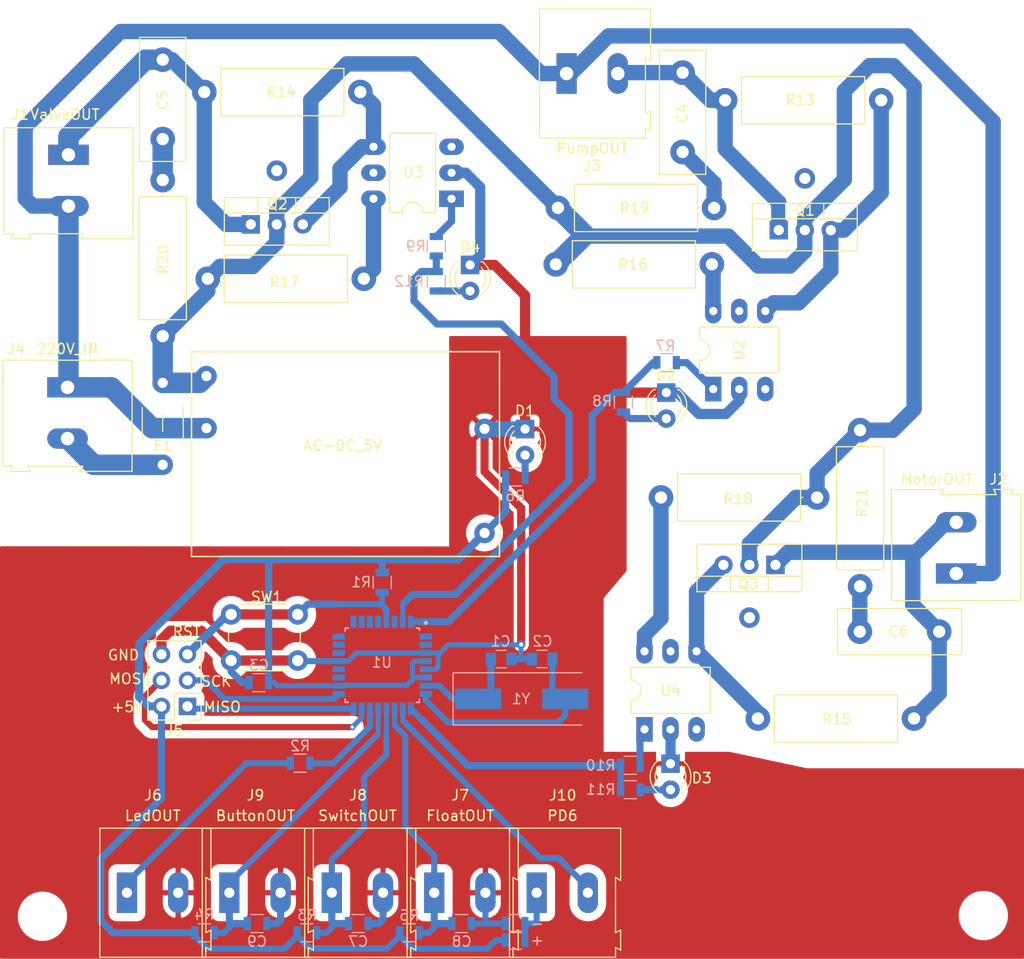
<source format=kicad_pcb>
(kicad_pcb (version 20171130) (host pcbnew "(5.1.4)-1")
  (layers (0 F.Cu signal) (31 B.Cu signal) (34 B.Paste user hide) (35 F.Paste user hide) (36 B.SilkS user) (37 F.SilkS user) (38 B.Mask user) (39 F.Mask user) (44 Edge.Cuts user))
  (net 0 "")
  (net 1 "Net-(C1-Pad1)")
  (net 2 Earth)
  (net 3 "Net-(C2-Pad1)")
  (net 4 +5V)
  (net 5 "Net-(C4-Pad2)")
  (net 6 /Pump)
  (net 7 /Valve)
  (net 8 "Net-(C5-Pad2)")
  (net 9 "Net-(C6-Pad2)")
  (net 10 /Motor)
  (net 11 /Button)
  (net 12 /Switch)
  (net 13 /Float)
  (net 14 "Net-(D1-Pad2)")
  (net 15 "Net-(F1-Pad1)")
  (net 16 /RST)
  (net 17 /MOSI)
  (net 18 /SCK)
  (net 19 /MISO)
  (net 20 /Led)
  (net 21 "Net-(J10-Pad1)")
  (net 22 "Net-(Q1-Pad3)")
  (net 23 "Net-(Q2-Pad3)")
  (net 24 "Net-(Q3-Pad3)")
  (net 25 "Net-(R2-Pad2)")
  (net 26 /PumpPin)
  (net 27 /MotorPin)
  (net 28 "Net-(U1-Pad28)")
  (net 29 "Net-(U1-Pad27)")
  (net 30 "Net-(U1-Pad26)")
  (net 31 "Net-(U1-Pad25)")
  (net 32 "Net-(U1-Pad24)")
  (net 33 "Net-(U1-Pad23)")
  (net 34 "Net-(U2-Pad5)")
  (net 35 "Net-(U2-Pad3)")
  (net 36 "Net-(U3-Pad3)")
  (net 37 "Net-(U3-Pad5)")
  (net 38 "Net-(U4-Pad3)")
  (net 39 "Net-(U4-Pad5)")
  (net 40 /220_In1)
  (net 41 /220_In2)
  (net 42 "Net-(R7-Pad1)")
  (net 43 "Net-(U1-Pad22)")
  (net 44 "Net-(U1-Pad20)")
  (net 45 "Net-(U1-Pad19)")
  (net 46 "Net-(U1-Pad1)")
  (net 47 /ValvePin)
  (net 48 /PD6)
  (net 49 "Net-(U1-Pad30)")
  (net 50 "Net-(U1-Pad2)")
  (net 51 "Net-(D2-Pad2)")
  (net 52 "Net-(D3-Pad2)")
  (net 53 "Net-(D4-Pad2)")
  (net 54 "Net-(R9-Pad1)")
  (net 55 "Net-(R10-Pad1)")
  (net 56 "Net-(R16-Pad2)")
  (net 57 "Net-(R17-Pad2)")
  (net 58 "Net-(R18-Pad2)")
  (module Housings_QFP:LQFP-32_7x7mm_Pitch0.8mm (layer B.Cu) (at 49.3 76.31 180)
    (fp_text reference U1 (at 0.05 0.27 180) (layer B.SilkS) (effects (justify mirror)))
    (fp_text value ATmega8A-AU)
    (fp_text user . (at -4.25 5.37) (layer B.SilkS) (effects (font (size 3 3)) (justify mirror)))
    (pad 32 smd rect (at -2.8 4.25 90) (size 1.2 0.6) (layers B.Cu B.Paste B.Mask) (net 26 /PumpPin))
    (pad 31 smd rect (at -2 4.25 90) (size 1.2 0.6) (layers B.Cu B.Paste B.Mask) (net 47 /ValvePin))
    (pad 30 smd rect (at -1.2 4.25 90) (size 1.2 0.6) (layers B.Cu B.Paste B.Mask) (net 49 "Net-(U1-Pad30)"))
    (pad 29 smd rect (at -0.4 4.25 90) (size 1.2 0.6) (layers B.Cu B.Paste B.Mask) (net 16 /RST))
    (pad 28 smd rect (at 0.4 4.25 90) (size 1.2 0.6) (layers B.Cu B.Paste B.Mask) (net 28 "Net-(U1-Pad28)"))
    (pad 27 smd rect (at 1.2 4.25 90) (size 1.2 0.6) (layers B.Cu B.Paste B.Mask) (net 29 "Net-(U1-Pad27)"))
    (pad 26 smd rect (at 2 4.25 90) (size 1.2 0.6) (layers B.Cu B.Paste B.Mask) (net 30 "Net-(U1-Pad26)"))
    (pad 25 smd rect (at 2.8 4.25 90) (size 1.2 0.6) (layers B.Cu B.Paste B.Mask) (net 31 "Net-(U1-Pad25)"))
    (pad 24 smd rect (at 4.25 2.8 180) (size 1.2 0.6) (layers B.Cu B.Paste B.Mask) (net 32 "Net-(U1-Pad24)"))
    (pad 23 smd rect (at 4.25 2 180) (size 1.2 0.6) (layers B.Cu B.Paste B.Mask) (net 33 "Net-(U1-Pad23)"))
    (pad 22 smd rect (at 4.25 1.2 180) (size 1.2 0.6) (layers B.Cu B.Paste B.Mask) (net 43 "Net-(U1-Pad22)"))
    (pad 21 smd rect (at 4.25 0.4 180) (size 1.2 0.6) (layers B.Cu B.Paste B.Mask) (net 2 Earth))
    (pad 20 smd rect (at 4.25 -0.4 180) (size 1.2 0.6) (layers B.Cu B.Paste B.Mask) (net 44 "Net-(U1-Pad20)"))
    (pad 19 smd rect (at 4.25 -1.2 180) (size 1.2 0.6) (layers B.Cu B.Paste B.Mask) (net 45 "Net-(U1-Pad19)"))
    (pad 18 smd rect (at 4.25 -2 180) (size 1.2 0.6) (layers B.Cu B.Paste B.Mask) (net 4 +5V))
    (pad 17 smd rect (at 4.25 -2.8 180) (size 1.2 0.6) (layers B.Cu B.Paste B.Mask) (net 18 /SCK))
    (pad 16 smd rect (at 2.8 -4.25 90) (size 1.2 0.6) (layers B.Cu B.Paste B.Mask) (net 19 /MISO))
    (pad 15 smd rect (at 2 -4.25 90) (size 1.2 0.6) (layers B.Cu B.Paste B.Mask) (net 17 /MOSI))
    (pad 14 smd rect (at 1.2 -4.25 90) (size 1.2 0.6) (layers B.Cu B.Paste B.Mask) (net 25 "Net-(R2-Pad2)"))
    (pad 13 smd rect (at 0.4 -4.25 90) (size 1.2 0.6) (layers B.Cu B.Paste B.Mask) (net 11 /Button))
    (pad 12 smd rect (at -0.4 -4.25 90) (size 1.2 0.6) (layers B.Cu B.Paste B.Mask) (net 12 /Switch))
    (pad 11 smd rect (at -1.2 -4.25 90) (size 1.2 0.6) (layers B.Cu B.Paste B.Mask) (net 13 /Float))
    (pad 10 smd rect (at -2 -4.25 90) (size 1.2 0.6) (layers B.Cu B.Paste B.Mask) (net 48 /PD6))
    (pad 9 smd rect (at -2.8 -4.25 90) (size 1.2 0.6) (layers B.Cu B.Paste B.Mask) (net 27 /MotorPin))
    (pad 8 smd rect (at -4.25 -2.8 180) (size 1.2 0.6) (layers B.Cu B.Paste B.Mask) (net 3 "Net-(C2-Pad1)"))
    (pad 7 smd rect (at -4.25 -2 180) (size 1.2 0.6) (layers B.Cu B.Paste B.Mask) (net 1 "Net-(C1-Pad1)"))
    (pad 6 smd rect (at -4.25 -1.2 180) (size 1.2 0.6) (layers B.Cu B.Paste B.Mask) (net 4 +5V))
    (pad 5 smd rect (at -4.25 -0.4 180) (size 1.2 0.6) (layers B.Cu B.Paste B.Mask) (net 2 Earth))
    (pad 4 smd rect (at -4.25 0.4 180) (size 1.2 0.6) (layers B.Cu B.Paste B.Mask) (net 4 +5V))
    (pad 3 smd rect (at -4.25 1.2 180) (size 1.2 0.6) (layers B.Cu B.Paste B.Mask) (net 2 Earth))
    (pad 2 smd rect (at -4.25 2 180) (size 1.2 0.6) (layers B.Cu B.Paste B.Mask) (net 50 "Net-(U1-Pad2)"))
    (pad 1 smd rect (at -4.25 2.8 180) (size 1.2 0.6) (layers B.Cu B.Paste B.Mask) (net 46 "Net-(U1-Pad1)"))
  )
  (module Resistors_SMD:R_0805 (layer B.Cu) (at 46.95 101.53)
    (fp_text reference C7 (at 0 1.75) (layer B.SilkS) (effects (justify mirror)))
    (fp_text value 0.33uF)
    (pad 2 smd rect (at 0.95 0) (size 0.7 1.3) (layers B.Cu B.Paste B.Mask) (net 2 Earth))
    (pad 1 smd rect (at -0.95 0) (size 0.7 1.3) (layers B.Cu B.Paste B.Mask) (net 12 /Switch))
  )
  (module "Library:BP pod vpaiky" (layer F.Cu) (at 60.744 65.694 180)
    (fp_text reference AC-DC_5V (at 15.314 10.834 180) (layer F.SilkS))
    (fp_text value BP_12V)
    (pad 1 thru_hole circle (at 28.61 17.61 180) (size 2 2) (drill 1) (layers *.Cu *.Mask) (net 40 /220_In1))
    (pad 2 thru_hole circle (at 28.61 12.53 180) (size 2 2) (drill 1) (layers *.Cu *.Mask) (net 41 /220_In2))
    (pad 3 thru_hole circle (at 1.46 2.3 180) (size 2 2) (drill 1) (layers *.Cu *.Mask) (net 4 +5V))
    (pad 4 thru_hole circle (at 1.46 12.46 180) (size 2 2) (drill 1) (layers *.Cu *.Mask) (net 2 Earth))
  )
  (module Resistors_SMD:R_0805 (layer B.Cu) (at 41.28 85.87)
    (fp_text reference R2 (at 0 -1.68) (layer B.SilkS) (effects (justify mirror)))
    (fp_text value 270)
    (pad 1 smd rect (at -0.95 0) (size 0.7 1.3) (layers B.Cu B.Paste B.Mask) (net 20 /Led))
    (pad 2 smd rect (at 0.95 0) (size 0.7 1.3) (layers B.Cu B.Paste B.Mask) (net 25 "Net-(R2-Pad2)"))
  )
  (module Resistors_SMD:R_0805 (layer B.Cu) (at 49.29 68.23 270)
    (fp_text reference R1 (at -0.04 2.05 180) (layer B.SilkS) (effects (justify mirror)))
    (fp_text value 10k)
    (pad 1 smd rect (at -0.95 0 270) (size 0.7 1.3) (layers B.Cu B.Paste B.Mask) (net 4 +5V))
    (pad 2 smd rect (at 0.95 0 270) (size 0.7 1.3) (layers B.Cu B.Paste B.Mask) (net 16 /RST))
  )
  (module Housings_DIP:DIP-6_W7.62mm_LongPads (layer F.Cu) (at 74.9 82.57 90)
    (fp_text reference U4 (at 3.8 2.55 180) (layer F.SilkS))
    (fp_text value MOC3023M)
    (pad 1 thru_hole rect (at 0 0 90) (size 2.4 1.6) (drill 0.8) (layers *.Cu *.Mask) (net 55 "Net-(R10-Pad1)"))
    (pad 4 thru_hole oval (at 7.62 5.08 90) (size 2.4 1.6) (drill 0.8) (layers *.Cu *.Mask) (net 24 "Net-(Q3-Pad3)"))
    (pad 2 thru_hole oval (at 0 2.54 90) (size 2.4 1.6) (drill 0.8) (layers *.Cu *.Mask) (net 2 Earth))
    (pad 5 thru_hole oval (at 7.62 2.54 90) (size 2.4 1.6) (drill 0.8) (layers *.Cu *.Mask) (net 39 "Net-(U4-Pad5)"))
    (pad 3 thru_hole oval (at 0 5.08 90) (size 2.4 1.6) (drill 0.8) (layers *.Cu *.Mask) (net 38 "Net-(U4-Pad3)"))
    (pad 6 thru_hole oval (at 7.62 0 90) (size 2.4 1.6) (drill 0.8) (layers *.Cu *.Mask) (net 58 "Net-(R18-Pad2)"))
  )
  (module Housings_DIP:DIP-6_W7.62mm_LongPads (layer F.Cu) (at 81.61 49.35 90)
    (fp_text reference U2 (at 3.8 2.54 90) (layer F.SilkS))
    (fp_text value MOC3023M)
    (pad 1 thru_hole rect (at 0 0 90) (size 2.4 1.6) (drill 0.8) (layers *.Cu *.Mask) (net 42 "Net-(R7-Pad1)"))
    (pad 4 thru_hole oval (at 7.62 5.08 90) (size 2.4 1.6) (drill 0.8) (layers *.Cu *.Mask) (net 22 "Net-(Q1-Pad3)"))
    (pad 2 thru_hole oval (at 0 2.54 90) (size 2.4 1.6) (drill 0.8) (layers *.Cu *.Mask) (net 2 Earth))
    (pad 5 thru_hole oval (at 7.62 2.54 90) (size 2.4 1.6) (drill 0.8) (layers *.Cu *.Mask) (net 34 "Net-(U2-Pad5)"))
    (pad 3 thru_hole oval (at 0 5.08 90) (size 2.4 1.6) (drill 0.8) (layers *.Cu *.Mask) (net 35 "Net-(U2-Pad3)"))
    (pad 6 thru_hole oval (at 7.62 0 90) (size 2.4 1.6) (drill 0.8) (layers *.Cu *.Mask) (net 56 "Net-(R16-Pad2)"))
  )
  (module Housings_DIP:DIP-6_W7.62mm_LongPads (layer F.Cu) (at 56.06 30.77 180)
    (fp_text reference U3 (at 3.73 2.6) (layer F.SilkS))
    (fp_text value MOC3023M)
    (pad 1 thru_hole rect (at 0 0 180) (size 2.4 1.6) (drill 0.8) (layers *.Cu *.Mask) (net 54 "Net-(R9-Pad1)"))
    (pad 4 thru_hole oval (at 7.62 5.08 180) (size 2.4 1.6) (drill 0.8) (layers *.Cu *.Mask) (net 23 "Net-(Q2-Pad3)"))
    (pad 2 thru_hole oval (at 0 2.54 180) (size 2.4 1.6) (drill 0.8) (layers *.Cu *.Mask) (net 2 Earth))
    (pad 5 thru_hole oval (at 7.62 2.54 180) (size 2.4 1.6) (drill 0.8) (layers *.Cu *.Mask) (net 37 "Net-(U3-Pad5)"))
    (pad 3 thru_hole oval (at 0 5.08 180) (size 2.4 1.6) (drill 0.8) (layers *.Cu *.Mask) (net 36 "Net-(U3-Pad3)"))
    (pad 6 thru_hole oval (at 7.62 0 180) (size 2.4 1.6) (drill 0.8) (layers *.Cu *.Mask) (net 57 "Net-(R17-Pad2)"))
  )
  (module Mounting_Holes:MountingHole_3.2mm_M3_DIN965 (layer F.Cu) (at 107.98 100.75)
    (fp_text reference REF** hide)
    (fp_text value .)
    (pad 1 np_thru_hole circle (at 0 0) (size 3.2 3.2) (drill 3.2) (layers *.Cu *.Mask))
  )
  (module Mounting_Holes:MountingHole_3.2mm_M3_DIN965 (layer F.Cu) (at 16.12 100.82)
    (fp_text reference REF** hide)
    (fp_text value .)
    (pad 1 np_thru_hole circle (at 0 0) (size 3.2 3.2) (drill 3.2) (layers *.Cu *.Mask))
  )
  (module LEDs:LED_D3.0mm (layer F.Cu) (at 77.03 49.69 270)
    (fp_text reference D2 (at -1.74 0.02 180) (layer F.SilkS))
    (fp_text value LED)
    (pad 2 thru_hole circle (at 2.54 0 270) (size 1.8 1.8) (drill 0.9) (layers *.Cu *.Mask) (net 51 "Net-(D2-Pad2)"))
    (pad 1 thru_hole rect (at 0 0 270) (size 1.8 1.8) (drill 0.9) (layers *.Cu *.Mask) (net 2 Earth))
  )
  (module Resistors_SMD:R_0805 (layer B.Cu) (at 72.84 50.63 90)
    (fp_text reference R8 (at 0.11 -2.08 180) (layer B.SilkS) (effects (justify mirror)))
    (fp_text value 220)
    (pad 1 smd rect (at -0.95 0 90) (size 0.7 1.3) (layers B.Cu B.Paste B.Mask) (net 51 "Net-(D2-Pad2)"))
    (pad 2 smd rect (at 0.95 0 90) (size 0.7 1.3) (layers B.Cu B.Paste B.Mask) (net 26 /PumpPin))
  )
  (module Resistors_SMD:R_0805 (layer B.Cu) (at 77.06 46.77 180)
    (fp_text reference R7 (at 0.11 1.64) (layer B.SilkS) (effects (justify mirror)))
    (fp_text value 220)
    (pad 1 smd rect (at -0.95 0 180) (size 0.7 1.3) (layers B.Cu B.Paste B.Mask) (net 42 "Net-(R7-Pad1)"))
    (pad 2 smd rect (at 0.95 0 180) (size 0.7 1.3) (layers B.Cu B.Paste B.Mask) (net 26 /PumpPin))
  )
  (module Mounting_Holes:MountingHole_3.2mm_M3_DIN965 (layer F.Cu) (at 107.82 16.01)
    (fp_text reference REF** hide)
    (fp_text value .)
    (pad 1 np_thru_hole circle (at 0 0) (size 3.2 3.2) (drill 3.2) (layers *.Cu *.Mask))
  )
  (module Mounting_Holes:MountingHole_3.2mm_M3_DIN965 (layer F.Cu) (at 16.18 16.15)
    (fp_text reference REF** hide)
    (fp_text value .)
    (pad 1 np_thru_hole circle (at 0 0) (size 3.2 3.2) (drill 3.2) (layers *.Cu *.Mask))
  )
  (module Resistors_SMD:R_0805 (layer B.Cu) (at 54.57 38.82 90)
    (fp_text reference R12 (at -0.02 -2.66 180) (layer B.SilkS) (effects (justify mirror)))
    (fp_text value 220)
    (pad 1 smd rect (at -0.95 0 90) (size 0.7 1.3) (layers B.Cu B.Paste B.Mask) (net 53 "Net-(D4-Pad2)"))
    (pad 2 smd rect (at 0.95 0 90) (size 0.7 1.3) (layers B.Cu B.Paste B.Mask) (net 47 /ValvePin))
  )
  (module Resistors_SMD:R_0805 (layer B.Cu) (at 54.57 35.4 270)
    (fp_text reference R9 (at -0.01 1.99 180) (layer B.SilkS) (effects (justify mirror)))
    (fp_text value 220)
    (pad 1 smd rect (at -0.95 0 270) (size 0.7 1.3) (layers B.Cu B.Paste B.Mask) (net 54 "Net-(R9-Pad1)"))
    (pad 2 smd rect (at 0.95 0 270) (size 0.7 1.3) (layers B.Cu B.Paste B.Mask) (net 47 /ValvePin))
  )
  (module LEDs:LED_D3.0mm (layer F.Cu) (at 57.87 37.23 270)
    (fp_text reference D4 (at -1.75 -0.01 180) (layer F.SilkS))
    (fp_text value LED)
    (pad 2 thru_hole circle (at 2.54 0 270) (size 1.8 1.8) (drill 0.9) (layers *.Cu *.Mask) (net 53 "Net-(D4-Pad2)"))
    (pad 1 thru_hole rect (at 0 0 270) (size 1.8 1.8) (drill 0.9) (layers *.Cu *.Mask) (net 2 Earth))
  )
  (module Resistors_SMD:R_0805 (layer B.Cu) (at 31.93 102.43)
    (fp_text reference R4 (at -0.01 -1.77) (layer B.SilkS) (effects (justify mirror)))
    (fp_text value 150k)
    (pad 2 smd rect (at 0.95 0) (size 0.7 1.3) (layers B.Cu B.Paste B.Mask) (net 11 /Button))
    (pad 1 smd rect (at -0.95 0) (size 0.7 1.3) (layers B.Cu B.Paste B.Mask) (net 4 +5V))
  )
  (module Resistors_SMD:R_0805 (layer B.Cu) (at 37.07 101.53)
    (fp_text reference C9 (at 0 1.75) (layer B.SilkS) (effects (justify mirror)))
    (fp_text value 0.33uF)
    (pad 2 smd rect (at 0.95 0) (size 0.7 1.3) (layers B.Cu B.Paste B.Mask) (net 2 Earth))
    (pad 1 smd rect (at -0.95 0) (size 0.7 1.3) (layers B.Cu B.Paste B.Mask) (net 11 /Button))
  )
  (module Resistors_SMD:R_0805 (layer B.Cu) (at 57.05 101.53)
    (fp_text reference C8 (at 0 1.75) (layer B.SilkS) (effects (justify mirror)))
    (fp_text value 0.33uF)
    (pad 2 smd rect (at 0.95 0) (size 0.7 1.3) (layers B.Cu B.Paste B.Mask) (net 2 Earth))
    (pad 1 smd rect (at -0.95 0) (size 0.7 1.3) (layers B.Cu B.Paste B.Mask) (net 13 /Float))
  )
  (module Connectors_Terminal_Blocks:TerminalBlock_Altech_AK300-2_P5.00mm (layer F.Cu) (at 54.37 98.52)
    (fp_text reference J7 (at 2.53 -9.52) (layer F.SilkS))
    (fp_text value FloatOUT (at 2.54 -7.52) (layer F.SilkS))
    (pad 1 thru_hole rect (at 0 0) (size 1.98 3.96) (drill 1) (layers *.Cu *.Mask) (net 13 /Float))
    (pad 2 thru_hole oval (at 5 0) (size 1.98 3.96) (drill 1) (layers *.Cu *.Mask) (net 2 Earth))
  )
  (module Resistors_SMD:R_0805 (layer B.Cu) (at 41.95 102.43)
    (fp_text reference R3 (at 0.03 -1.72) (layer B.SilkS) (effects (justify mirror)))
    (fp_text value 150k)
    (pad 2 smd rect (at 0.95 0) (size 0.7 1.3) (layers B.Cu B.Paste B.Mask) (net 12 /Switch))
    (pad 1 smd rect (at -0.95 0) (size 0.7 1.3) (layers B.Cu B.Paste B.Mask) (net 4 +5V))
  )
  (module Resistors_SMD:R_0805 (layer B.Cu) (at 62.27 103.16 180)
    (fp_text reference + (at -2.15 0) (layer B.SilkS) (effects (justify mirror)))
    (fp_text value R hide)
    (pad 1 smd rect (at -0.95 0 180) (size 0.7 1.3) (layers B.Cu B.Paste B.Mask) (net 21 "Net-(J10-Pad1)"))
    (pad 2 smd rect (at 0.95 0 180) (size 0.7 1.3) (layers B.Cu B.Paste B.Mask) (net 4 +5V))
  )
  (module Resistors_SMD:R_0805 (layer B.Cu) (at 51.94 102.43)
    (fp_text reference R5 (at 0.01 -1.69) (layer B.SilkS) (effects (justify mirror)))
    (fp_text value 150k)
    (pad 2 smd rect (at 0.95 0) (size 0.7 1.3) (layers B.Cu B.Paste B.Mask) (net 13 /Float))
    (pad 1 smd rect (at -0.95 0) (size 0.7 1.3) (layers B.Cu B.Paste B.Mask) (net 4 +5V))
  )
  (module Connectors_Terminal_Blocks:TerminalBlock_Altech_AK300-2_P5.00mm (layer F.Cu) (at 34.37 98.52)
    (fp_text reference J9 (at 2.55 -9.52) (layer F.SilkS))
    (fp_text value ButtonOUT (at 2.54 -7.52) (layer F.SilkS))
    (pad 2 thru_hole oval (at 5 0) (size 1.98 3.96) (drill 1) (layers *.Cu *.Mask) (net 2 Earth))
    (pad 1 thru_hole rect (at 0 0) (size 1.98 3.96) (drill 1) (layers *.Cu *.Mask) (net 11 /Button))
  )
  (module Connectors_Terminal_Blocks:TerminalBlock_Altech_AK300-2_P5.00mm (layer F.Cu) (at 24.37 98.52)
    (fp_text reference J6 (at 2.55 -9.52) (layer F.SilkS))
    (fp_text value LedOUT (at 2.52 -7.52) (layer F.SilkS))
    (pad 2 thru_hole oval (at 5 0) (size 1.98 3.96) (drill 1) (layers *.Cu *.Mask) (net 2 Earth))
    (pad 1 thru_hole rect (at 0 0) (size 1.98 3.96) (drill 1) (layers *.Cu *.Mask) (net 20 /Led))
  )
  (module Connectors_Terminal_Blocks:TerminalBlock_Altech_AK300-2_P5.00mm (layer F.Cu) (at 44.37 98.52)
    (fp_text reference J8 (at 2.57 -9.52) (layer F.SilkS))
    (fp_text value SwitchOUT (at 2.51 -7.52) (layer F.SilkS))
    (pad 1 thru_hole rect (at 0 0) (size 1.98 3.96) (drill 1) (layers *.Cu *.Mask) (net 12 /Switch))
    (pad 2 thru_hole oval (at 5 0) (size 1.98 3.96) (drill 1) (layers *.Cu *.Mask) (net 2 Earth))
  )
  (module Resistors_SMD:R_0805 (layer B.Cu) (at 62.27 101.53 180)
    (fp_text reference - (at -2.14 0.01) (layer B.SilkS) (effects (justify mirror)))
    (fp_text value R hide)
    (pad 1 smd rect (at -0.95 0 180) (size 0.7 1.3) (layers B.Cu B.Paste B.Mask) (net 21 "Net-(J10-Pad1)"))
    (pad 2 smd rect (at 0.95 0 180) (size 0.7 1.3) (layers B.Cu B.Paste B.Mask) (net 2 Earth))
  )
  (module Connectors_Terminal_Blocks:TerminalBlock_Altech_AK300-2_P5.00mm (layer F.Cu) (at 64.37 98.52)
    (fp_text reference J10 (at 2.55 -9.52) (layer F.SilkS))
    (fp_text value PD6 (at 2.52 -7.52) (layer F.SilkS))
    (pad 2 thru_hole oval (at 5 0) (size 1.98 3.96) (drill 1) (layers *.Cu *.Mask) (net 48 /PD6))
    (pad 1 thru_hole rect (at 0 0) (size 1.98 3.96) (drill 1) (layers *.Cu *.Mask) (net 21 "Net-(J10-Pad1)"))
  )
  (module Pin_Headers:Pin_Header_Straight_2x03_Pitch2.54mm (layer F.Cu) (at 30.28 80.33 180)
    (fp_text reference J5 (at 1.27 -2.33) (layer F.SilkS))
    (fp_text value ISCP)
    (pad 6 thru_hole oval (at 2.54 5.08 180) (size 1.7 1.7) (drill 1) (layers *.Cu *.Mask) (net 2 Earth))
    (pad 5 thru_hole oval (at 0 5.08 180) (size 1.7 1.7) (drill 1) (layers *.Cu *.Mask) (net 16 /RST))
    (pad 4 thru_hole oval (at 2.54 2.54 180) (size 1.7 1.7) (drill 1) (layers *.Cu *.Mask) (net 17 /MOSI))
    (pad 3 thru_hole oval (at 0 2.54 180) (size 1.7 1.7) (drill 1) (layers *.Cu *.Mask) (net 18 /SCK))
    (pad 2 thru_hole oval (at 2.54 0 180) (size 1.7 1.7) (drill 1) (layers *.Cu *.Mask) (net 4 +5V))
    (pad 1 thru_hole rect (at 0 0 180) (size 1.7 1.7) (drill 1) (layers *.Cu *.Mask) (net 19 /MISO))
  )
  (module Crystals:Crystal_SMD_HC49-SD (layer B.Cu) (at 62.91 79.6)
    (fp_text reference Y1 (at -0.07 0 180) (layer B.SilkS) (effects (justify mirror)))
    (fp_text value 16MHz)
    (pad 2 smd rect (at 4.25 0) (size 4.5 2) (layers B.Cu B.Paste B.Mask) (net 3 "Net-(C2-Pad1)"))
    (pad 1 smd rect (at -4.25 0) (size 4.5 2) (layers B.Cu B.Paste B.Mask) (net 1 "Net-(C1-Pad1)"))
  )
  (module Buttons_Switches_THT:SW_PUSH_6mm (layer F.Cu) (at 41.04 75.85 180)
    (fp_text reference SW1 (at 3.03 6.21) (layer F.SilkS))
    (fp_text value SW_Push)
    (pad 1 thru_hole circle (at 6.5 0 270) (size 2 2) (drill 1.1) (layers *.Cu *.Mask) (net 2 Earth))
    (pad 2 thru_hole circle (at 6.5 4.5 270) (size 2 2) (drill 1.1) (layers *.Cu *.Mask) (net 16 /RST))
    (pad 1 thru_hole circle (at 0 0 270) (size 2 2) (drill 1.1) (layers *.Cu *.Mask) (net 2 Earth))
    (pad 2 thru_hole circle (at 0 4.5 270) (size 2 2) (drill 1.1) (layers *.Cu *.Mask) (net 16 /RST))
  )
  (module Capacitors_SMD:C_0805 (layer B.Cu) (at 64.91 75.7 180)
    (fp_text reference C2 (at -0.03 1.73 180) (layer B.SilkS) (effects (justify mirror)))
    (fp_text value 22p)
    (pad 1 smd rect (at -1 0 180) (size 1 1.25) (layers B.Cu B.Paste B.Mask) (net 3 "Net-(C2-Pad1)"))
    (pad 2 smd rect (at 1 0 180) (size 1 1.25) (layers B.Cu B.Paste B.Mask) (net 2 Earth))
  )
  (module Capacitors_SMD:C_0805 (layer B.Cu) (at 60.9 75.71)
    (fp_text reference C1 (at -0.05 -1.74 180) (layer B.SilkS) (effects (justify mirror)))
    (fp_text value 22p)
    (pad 1 smd rect (at -1 0) (size 1 1.25) (layers B.Cu B.Paste B.Mask) (net 1 "Net-(C1-Pad1)"))
    (pad 2 smd rect (at 1 0) (size 1 1.25) (layers B.Cu B.Paste B.Mask) (net 2 Earth))
  )
  (module Capacitors_THT:C_Disc_D12.0mm_W4.4mm_P7.75mm (layer F.Cu) (at 78.62 18.45 270)
    (fp_text reference C4 (at 3.98 0.01 90) (layer F.SilkS))
    (fp_text value 0.01uF)
    (pad 1 thru_hole circle (at 0 0 270) (size 2.4 2.4) (drill 1.2) (layers *.Cu *.Mask) (net 6 /Pump))
    (pad 2 thru_hole circle (at 7.75 0 270) (size 2.4 2.4) (drill 1.2) (layers *.Cu *.Mask) (net 5 "Net-(C4-Pad2)"))
  )
  (module Capacitors_THT:C_Disc_D12.0mm_W4.4mm_P7.75mm (layer F.Cu) (at 27.86 17.19 270)
    (fp_text reference C5 (at 3.95 0 90) (layer F.SilkS))
    (fp_text value 0.01uF)
    (pad 1 thru_hole circle (at 0 0 270) (size 2.4 2.4) (drill 1.2) (layers *.Cu *.Mask) (net 7 /Valve))
    (pad 2 thru_hole circle (at 7.75 0 270) (size 2.4 2.4) (drill 1.2) (layers *.Cu *.Mask) (net 8 "Net-(C5-Pad2)"))
  )
  (module Capacitors_THT:C_Disc_D12.0mm_W4.4mm_P7.75mm (layer F.Cu) (at 103.67 73.03 180)
    (fp_text reference C6 (at 3.98 0.03) (layer F.SilkS))
    (fp_text value 0.01uF)
    (pad 2 thru_hole circle (at 7.75 0 180) (size 2.4 2.4) (drill 1.2) (layers *.Cu *.Mask) (net 9 "Net-(C6-Pad2)"))
    (pad 1 thru_hole circle (at 0 0 180) (size 2.4 2.4) (drill 1.2) (layers *.Cu *.Mask) (net 10 /Motor))
  )
  (module Resistors_SMD:R_0805 (layer B.Cu) (at 73.51 88.46 180)
    (fp_text reference R11 (at 2.89 0.02) (layer B.SilkS) (effects (justify mirror)))
    (fp_text value 220)
    (pad 1 smd rect (at -0.95 0 180) (size 0.7 1.3) (layers B.Cu B.Paste B.Mask) (net 52 "Net-(D3-Pad2)"))
    (pad 2 smd rect (at 0.95 0 180) (size 0.7 1.3) (layers B.Cu B.Paste B.Mask) (net 27 /MotorPin))
  )
  (module Resistors_SMD:R_0805 (layer B.Cu) (at 73.51 86.08 180)
    (fp_text reference R10 (at 2.89 0) (layer B.SilkS) (effects (justify mirror)))
    (fp_text value 220)
    (pad 1 smd rect (at -0.95 0 180) (size 0.7 1.3) (layers B.Cu B.Paste B.Mask) (net 55 "Net-(R10-Pad1)"))
    (pad 2 smd rect (at 0.95 0 180) (size 0.7 1.3) (layers B.Cu B.Paste B.Mask) (net 27 /MotorPin))
  )
  (module Resistors_SMD:R_0805 (layer B.Cu) (at 37.25 78.01)
    (fp_text reference C3 (at 0.01 -1.71) (layer B.SilkS) (effects (justify mirror)))
    (fp_text value 100nF)
    (pad 1 smd rect (at -0.95 0) (size 0.7 1.3) (layers B.Cu B.Paste B.Mask) (net 2 Earth))
    (pad 2 smd rect (at 0.95 0) (size 0.7 1.3) (layers B.Cu B.Paste B.Mask) (net 4 +5V))
  )
  (module Resistors_SMD:R_0805 (layer B.Cu) (at 62.29 57.93)
    (fp_text reference R6 (at 0 1.85) (layer B.SilkS) (effects (justify mirror)))
    (fp_text value 270)
    (pad 1 smd rect (at -0.95 0) (size 0.7 1.3) (layers B.Cu B.Paste B.Mask) (net 4 +5V))
    (pad 2 smd rect (at 0.95 0) (size 0.7 1.3) (layers B.Cu B.Paste B.Mask) (net 14 "Net-(D1-Pad2)"))
  )
  (module LEDs:LED_D3.0mm (layer F.Cu) (at 77.44 85.92 270)
    (fp_text reference D3 (at 1.4 -3.05 180) (layer F.SilkS))
    (fp_text value LED)
    (pad 2 thru_hole circle (at 2.54 0 270) (size 1.8 1.8) (drill 0.9) (layers *.Cu *.Mask) (net 52 "Net-(D3-Pad2)"))
    (pad 1 thru_hole rect (at 0 0 270) (size 1.8 1.8) (drill 0.9) (layers *.Cu *.Mask) (net 2 Earth))
  )
  (module LEDs:LED_D3.0mm (layer F.Cu) (at 63.24 53.25 270)
    (fp_text reference D1 (at -1.77 0.01 180) (layer F.SilkS))
    (fp_text value LED)
    (pad 1 thru_hole rect (at 0 0 270) (size 1.8 1.8) (drill 0.9) (layers *.Cu *.Mask) (net 2 Earth))
    (pad 2 thru_hole circle (at 2.54 0 270) (size 1.8 1.8) (drill 0.9) (layers *.Cu *.Mask) (net 14 "Net-(D1-Pad2)"))
  )
  (module Measurement_Points:Measurement_Point_Round-TH_Big (layer F.Cu) (at 38.998 28.022 270)
    (fp_text reference REF** hide)
    (fp_text value " ")
    (pad 1 thru_hole circle (at 0 0 270) (size 2 2) (drill 1.1) (layers *.Cu *.Mask))
  )
  (module Measurement_Points:Measurement_Point_Round-TH_Big (layer F.Cu) (at 90.55 28.78 270)
    (fp_text reference REF** hide)
    (fp_text value " ")
    (pad 1 thru_hole circle (at 0 0 270) (size 2 2) (drill 1.1) (layers *.Cu *.Mask))
  )
  (module TO_SOT_Packages_THT:TO-220-3_Vertical (layer F.Cu) (at 88.01 33.83)
    (fp_text reference Q1 (at 2.525 -1.925) (layer F.SilkS))
    (fp_text value BT136)
    (pad 3 thru_hole oval (at 5.08 0) (size 1.8 1.8) (drill 1) (layers *.Cu *.Mask) (net 22 "Net-(Q1-Pad3)"))
    (pad 2 thru_hole oval (at 2.54 0) (size 1.8 1.8) (drill 1) (layers *.Cu *.Mask) (net 40 /220_In1))
    (pad 1 thru_hole rect (at 0 0) (size 1.8 1.8) (drill 1) (layers *.Cu *.Mask) (net 6 /Pump))
  )
  (module Resistors_THT:R_Axial_DIN0414_L11.9mm_D4.5mm_P15.24mm_Horizontal (layer F.Cu) (at 81.69 31.66 180)
    (fp_text reference R19 (at 7.76 0.02) (layer F.SilkS))
    (fp_text value 39)
    (pad 1 thru_hole circle (at 0 0 180) (size 2.4 2.4) (drill 1.2) (layers *.Cu *.Mask) (net 5 "Net-(C4-Pad2)"))
    (pad 2 thru_hole oval (at 15.24 0 180) (size 2.4 2.4) (drill 1.2) (layers *.Cu *.Mask) (net 40 /220_In1))
  )
  (module Resistors_THT:R_Axial_DIN0414_L11.9mm_D4.5mm_P15.24mm_Horizontal (layer F.Cu) (at 82.77 21.15)
    (fp_text reference R13 (at 7.34 -0.01) (layer F.SilkS))
    (fp_text value 330)
    (pad 2 thru_hole oval (at 15.24 0) (size 2.4 2.4) (drill 1.2) (layers *.Cu *.Mask) (net 22 "Net-(Q1-Pad3)"))
    (pad 1 thru_hole circle (at 0 0) (size 2.4 2.4) (drill 1.2) (layers *.Cu *.Mask) (net 6 /Pump))
  )
  (module Resistors_THT:R_Axial_DIN0414_L11.9mm_D4.5mm_P15.24mm_Horizontal (layer F.Cu) (at 66.24 37.17)
    (fp_text reference R16 (at 7.53 0.03) (layer F.SilkS))
    (fp_text value 390)
    (pad 1 thru_hole circle (at 0 0) (size 2.4 2.4) (drill 1.2) (layers *.Cu *.Mask) (net 40 /220_In1))
    (pad 2 thru_hole oval (at 15.24 0) (size 2.4 2.4) (drill 1.2) (layers *.Cu *.Mask) (net 56 "Net-(R16-Pad2)"))
  )
  (module Measurement_Points:Measurement_Point_Round-TH_Big (layer F.Cu) (at 85.144 71.662 90)
    (fp_text reference REF** hide)
    (fp_text value " ")
    (pad 1 thru_hole circle (at 0 0 90) (size 2 2) (drill 1.1) (layers *.Cu *.Mask))
  )
  (module Library:MyBladeFuse (layer F.Cu) (at 27.86 56.74 90)
    (fp_text reference F1 (at 1.86 0.02 180) (layer F.SilkS))
    (fp_text value Fuse)
    (pad 2 thru_hole oval (at 8 0 90) (size 2 2) (drill 1) (layers *.Cu *.Mask) (net 40 /220_In1))
    (pad 1 thru_hole oval (at 0 0 90) (size 2 2) (drill 1) (layers *.Cu *.Mask) (net 15 "Net-(F1-Pad1)"))
  )
  (module Connectors_Terminal_Blocks:TerminalBlock_Altech_AK300-2_P5.00mm (layer F.Cu) (at 18.66 26.48 270)
    (fp_text reference J1 (at -3.94 4.72 180) (layer F.SilkS))
    (fp_text value ValveOUT (at -3.94 0.35 180) (layer F.SilkS))
    (pad 2 thru_hole oval (at 5 0 270) (size 1.98 3.96) (drill 1.32) (layers *.Cu *.Mask) (net 41 /220_In2))
    (pad 1 thru_hole rect (at 0 0 270) (size 1.98 3.96) (drill 1.32) (layers *.Cu *.Mask) (net 7 /Valve))
  )
  (module Connectors_Terminal_Blocks:TerminalBlock_Altech_AK300-2_P5.00mm (layer F.Cu) (at 18.569 49.18 270)
    (fp_text reference J4 (at -3.75 5.019 180) (layer F.SilkS))
    (fp_text value 220V_IN (at -3.75 -0.001 180) (layer F.SilkS))
    (pad 2 thru_hole oval (at 5 0 270) (size 1.98 3.96) (drill 1.32) (layers *.Cu *.Mask) (net 15 "Net-(F1-Pad1)"))
    (pad 1 thru_hole rect (at 0 0 270) (size 1.98 3.96) (drill 1.32) (layers *.Cu *.Mask) (net 41 /220_In2))
  )
  (module Connectors_Terminal_Blocks:TerminalBlock_Altech_AK300-2_P5.00mm (layer F.Cu) (at 105.334 67.352 90)
    (fp_text reference J2 (at 9.192 4.106 180) (layer F.SilkS))
    (fp_text value MotorOUT (at 9.192 -1.904 180) (layer F.SilkS))
    (pad 2 thru_hole oval (at 5 0 90) (size 1.98 3.96) (drill 1.32) (layers *.Cu *.Mask) (net 10 /Motor))
    (pad 1 thru_hole rect (at 0 0 90) (size 1.98 3.96) (drill 1.32) (layers *.Cu *.Mask) (net 41 /220_In2))
  )
  (module Connectors_Terminal_Blocks:TerminalBlock_Altech_AK300-2_P5.00mm (layer F.Cu) (at 67.29 18.54)
    (fp_text reference J3 (at 2.5 9) (layer F.SilkS))
    (fp_text value PumpOUT (at 2.5 7.29) (layer F.SilkS))
    (pad 1 thru_hole rect (at 0 0) (size 1.98 3.96) (drill 1.32) (layers *.Cu *.Mask) (net 41 /220_In2))
    (pad 2 thru_hole oval (at 5 0) (size 1.98 3.96) (drill 1.32) (layers *.Cu *.Mask) (net 6 /Pump))
  )
  (module TO_SOT_Packages_THT:TO-220-3_Vertical (layer F.Cu) (at 36.458 33.272)
    (fp_text reference Q2 (at 2.602 -1.972) (layer F.SilkS))
    (fp_text value BT136)
    (pad 3 thru_hole oval (at 5.08 0) (size 1.8 1.8) (drill 1) (layers *.Cu *.Mask) (net 23 "Net-(Q2-Pad3)"))
    (pad 2 thru_hole oval (at 2.54 0) (size 1.8 1.8) (drill 1) (layers *.Cu *.Mask) (net 40 /220_In1))
    (pad 1 thru_hole rect (at 0 0) (size 1.8 1.8) (drill 1) (layers *.Cu *.Mask) (net 7 /Valve))
  )
  (module TO_SOT_Packages_THT:TO-220-3_Vertical (layer F.Cu) (at 87.684 66.512 180)
    (fp_text reference Q3 (at 2.624 -1.888) (layer F.SilkS))
    (fp_text value BT136)
    (pad 3 thru_hole oval (at 5.08 0 180) (size 1.8 1.8) (drill 1) (layers *.Cu *.Mask) (net 24 "Net-(Q3-Pad3)"))
    (pad 2 thru_hole oval (at 2.54 0 180) (size 1.8 1.8) (drill 1) (layers *.Cu *.Mask) (net 40 /220_In1))
    (pad 1 thru_hole rect (at 0 0 180) (size 1.8 1.8) (drill 1) (layers *.Cu *.Mask) (net 10 /Motor))
  )
  (module Resistors_THT:R_Axial_DIN0414_L11.9mm_D4.5mm_P15.24mm_Horizontal (layer F.Cu) (at 31.92 20.35)
    (fp_text reference R14 (at 7.51 -0.01) (layer F.SilkS))
    (fp_text value 330)
    (pad 1 thru_hole circle (at 0 0) (size 2.4 2.4) (drill 1.2) (layers *.Cu *.Mask) (net 7 /Valve))
    (pad 2 thru_hole oval (at 15.24 0) (size 2.4 2.4) (drill 1.2) (layers *.Cu *.Mask) (net 23 "Net-(Q2-Pad3)"))
  )
  (module Resistors_THT:R_Axial_DIN0414_L11.9mm_D4.5mm_P15.24mm_Horizontal (layer F.Cu) (at 101.21 81.51 180)
    (fp_text reference R15 (at 7.53 -0.07) (layer F.SilkS))
    (fp_text value 330)
    (pad 2 thru_hole oval (at 15.24 0 180) (size 2.4 2.4) (drill 1.2) (layers *.Cu *.Mask) (net 24 "Net-(Q3-Pad3)"))
    (pad 1 thru_hole circle (at 0 0 180) (size 2.4 2.4) (drill 1.2) (layers *.Cu *.Mask) (net 10 /Motor))
  )
  (module Resistors_THT:R_Axial_DIN0414_L11.9mm_D4.5mm_P15.24mm_Horizontal (layer F.Cu) (at 32.258 38.572)
    (fp_text reference R17 (at 7.492 0.328) (layer F.SilkS))
    (fp_text value 390)
    (pad 1 thru_hole circle (at 0 0) (size 2.4 2.4) (drill 1.2) (layers *.Cu *.Mask) (net 40 /220_In1))
    (pad 2 thru_hole oval (at 15.24 0) (size 2.4 2.4) (drill 1.2) (layers *.Cu *.Mask) (net 57 "Net-(R17-Pad2)"))
  )
  (module Resistors_THT:R_Axial_DIN0414_L11.9mm_D4.5mm_P15.24mm_Horizontal (layer F.Cu) (at 91.749 59.932 180)
    (fp_text reference R18 (at 7.699 -0.128) (layer F.SilkS))
    (fp_text value 390)
    (pad 2 thru_hole oval (at 15.24 0 180) (size 2.4 2.4) (drill 1.2) (layers *.Cu *.Mask) (net 58 "Net-(R18-Pad2)"))
    (pad 1 thru_hole circle (at 0 0 180) (size 2.4 2.4) (drill 1.2) (layers *.Cu *.Mask) (net 40 /220_In1))
  )
  (module Resistors_THT:R_Axial_DIN0414_L11.9mm_D4.5mm_P15.24mm_Horizontal (layer F.Cu) (at 27.86 28.94 270)
    (fp_text reference R20 (at 7.75 -0.03 90) (layer F.SilkS))
    (fp_text value 39)
    (pad 2 thru_hole oval (at 15.24 0 270) (size 2.4 2.4) (drill 1.2) (layers *.Cu *.Mask) (net 40 /220_In1))
    (pad 1 thru_hole circle (at 0 0 270) (size 2.4 2.4) (drill 1.2) (layers *.Cu *.Mask) (net 8 "Net-(C5-Pad2)"))
  )
  (module Resistors_THT:R_Axial_DIN0414_L11.9mm_D4.5mm_P15.24mm_Horizontal (layer F.Cu) (at 95.949 68.602 90)
    (fp_text reference R21 (at 8.152 0.211 90) (layer F.SilkS))
    (fp_text value 39)
    (pad 1 thru_hole circle (at 0 0 90) (size 2.4 2.4) (drill 1.2) (layers *.Cu *.Mask) (net 9 "Net-(C6-Pad2)"))
    (pad 2 thru_hole oval (at 15.24 0 90) (size 2.4 2.4) (drill 1.2) (layers *.Cu *.Mask) (net 40 /220_In1))
  )
  (gr_text MOSI (at 24.45 77.64) (layer F.SilkS) (effects (font (size 1 1))))
  (gr_text +5V (at 24.4 80.38) (layer F.SilkS) (effects (font (size 1 1))))
  (gr_text MISO (at 33.68 80.39) (layer F.SilkS) (effects (font (size 1 1))))
  (gr_text SCK (at 33.09 77.89) (layer F.SilkS) (effects (font (size 1 1))))
  (gr_text GND (at 24.04 75.32) (layer F.SilkS) (effects (font (size 1 1))))
  (gr_text RST (at 30.21 73.03) (layer F.SilkS) (effects (font (size 1 1))))
  (segment (start 59.9 75.71) (end 59.9 79.18) (width 0.7) (layer B.Cu) (net 1))
  (segment (start 54.87 78.31) (end 53.55 78.31) (width 0.6) (layer B.Cu) (net 1))
  (segment (start 58.66 79.6) (end 56.16 79.6) (width 0.6) (layer B.Cu) (net 1))
  (segment (start 56.16 79.6) (end 54.87 78.31) (width 0.6) (layer B.Cu) (net 1))
  (via (at 62.86 74.29) (size 0.8) (drill 0.4) (layers F.Cu B.Cu) (net 2))
  (segment (start 31.61 72.94) (end 28.6 72.94) (width 1) (layer F.Cu) (net 2))
  (segment (start 34.54 75.87) (end 31.61 72.94) (width 1) (layer F.Cu) (net 2))
  (segment (start 28.6 72.94) (end 27.74 73.8) (width 1) (layer F.Cu) (net 2))
  (segment (start 27.74 73.8) (end 27.74 75.27) (width 1) (layer F.Cu) (net 2))
  (segment (start 63.24 53.25) (end 59.3 53.25) (width 1.5) (layer B.Cu) (net 2))
  (segment (start 63.91 75.7) (end 61.91 75.7) (width 0.7) (layer B.Cu) (net 2))
  (segment (start 41.1 75.91) (end 45.05 75.91) (width 0.6) (layer B.Cu) (net 2))
  (segment (start 41.04 75.85) (end 41.1 75.91) (width 0.6) (layer B.Cu) (net 2))
  (segment (start 46.760002 75.11) (end 45.960002 75.91) (width 0.5) (layer B.Cu) (net 2))
  (segment (start 53.55 75.11) (end 46.760002 75.11) (width 0.5) (layer B.Cu) (net 2))
  (segment (start 45.960002 75.91) (end 45.05 75.91) (width 0.5) (layer B.Cu) (net 2))
  (segment (start 59.28 101.53) (end 59.37 101.44) (width 0.6) (layer B.Cu) (net 2))
  (segment (start 39.37 101.23) (end 39.37 98.52) (width 0.7) (layer B.Cu) (net 2))
  (segment (start 48.95 101.53) (end 49.37 101.11) (width 0.7) (layer B.Cu) (net 2))
  (segment (start 47.9 101.53) (end 48.95 101.53) (width 0.7) (layer B.Cu) (net 2))
  (segment (start 49.37 101.11) (end 49.37 98.52) (width 0.7) (layer B.Cu) (net 2))
  (segment (start 59.46 101.53) (end 59.37 101.44) (width 0.6) (layer B.Cu) (net 2))
  (segment (start 58.33 101.53) (end 59.28 101.53) (width 0.6) (layer B.Cu) (net 2))
  (segment (start 61.32 101.53) (end 59.46 101.53) (width 0.6) (layer B.Cu) (net 2))
  (segment (start 38.02 101.53) (end 39.07 101.53) (width 0.7) (layer B.Cu) (net 2))
  (segment (start 59.37 101.44) (end 59.37 98.52) (width 0.6) (layer B.Cu) (net 2))
  (segment (start 39.07 101.53) (end 39.37 101.23) (width 0.7) (layer B.Cu) (net 2))
  (segment (start 78.116002 49.69) (end 77.03 49.69) (width 1) (layer B.Cu) (net 2))
  (segment (start 79.926002 51.5) (end 78.116002 49.69) (width 1) (layer B.Cu) (net 2))
  (segment (start 63.24 53.25) (end 63.24 49.19) (width 1) (layer F.Cu) (net 2))
  (segment (start 63.239989 40.199989) (end 63.239989 48.624304) (width 1) (layer F.Cu) (net 2))
  (segment (start 63.239989 48.624304) (end 63.239989 49.189989) (width 1) (layer F.Cu) (net 2))
  (segment (start 60.27 37.23) (end 63.239989 40.199989) (width 1) (layer F.Cu) (net 2))
  (segment (start 63.24 49.19) (end 63.239989 49.189989) (width 1) (layer F.Cu) (net 2))
  (segment (start 57.87 37.23) (end 60.27 37.23) (width 1) (layer F.Cu) (net 2))
  (segment (start 77.44 85.92) (end 77.44 82.57) (width 1) (layer B.Cu) (net 2))
  (segment (start 80.206002 51.78) (end 79.926002 51.5) (width 1) (layer B.Cu) (net 2))
  (segment (start 82.85137 51.78) (end 80.206002 51.78) (width 1) (layer B.Cu) (net 2))
  (segment (start 84.15 49.35) (end 84.15 50.48137) (width 1) (layer B.Cu) (net 2))
  (segment (start 84.15 50.48137) (end 82.85137 51.78) (width 1) (layer B.Cu) (net 2))
  (segment (start 53.56 76.72) (end 53.55 76.71) (width 0.5) (layer B.Cu) (net 2))
  (segment (start 53.71 76.72) (end 53.56 76.72) (width 0.5) (layer B.Cu) (net 2))
  (segment (start 41.04 75.85) (end 34.54 75.85) (width 1) (layer F.Cu) (net 2))
  (segment (start 57.19137 28.23) (end 56.06 28.23) (width 1) (layer B.Cu) (net 2))
  (segment (start 57.460002 28.23) (end 57.19137 28.23) (width 1) (layer B.Cu) (net 2))
  (segment (start 58.86 29.629998) (end 57.460002 28.23) (width 1) (layer B.Cu) (net 2))
  (segment (start 58.86 36.28) (end 58.86 29.629998) (width 1) (layer B.Cu) (net 2))
  (segment (start 57.87 37.23) (end 57.89 37.25) (width 1) (layer B.Cu) (net 2))
  (segment (start 57.89 37.25) (end 58.86 36.28) (width 1) (layer B.Cu) (net 2))
  (segment (start 77.03 49.69) (end 75.13 49.69) (width 1) (layer F.Cu) (net 2))
  (segment (start 75.13 49.69) (end 72.82 49.69) (width 1) (layer F.Cu) (net 2))
  (segment (start 54.76 75.29) (end 54.76 76.49) (width 0.5) (layer B.Cu) (net 2))
  (segment (start 53.55 75.11) (end 54.58 75.11) (width 0.5) (layer B.Cu) (net 2))
  (segment (start 54.58 75.11) (end 54.76 75.29) (width 0.5) (layer B.Cu) (net 2))
  (segment (start 54.54 76.71) (end 53.55 76.71) (width 0.5) (layer B.Cu) (net 2))
  (segment (start 54.75 76.5) (end 54.54 76.71) (width 0.5) (layer B.Cu) (net 2))
  (segment (start 59.3 53.25) (end 59.284 53.234) (width 0.7) (layer B.Cu) (net 2))
  (segment (start 35.62 78.01) (end 36.3 78.01) (width 0.7) (layer B.Cu) (net 2))
  (segment (start 34.54 75.85) (end 34.54 76.93) (width 0.7) (layer B.Cu) (net 2))
  (segment (start 34.54 76.93) (end 35.62 78.01) (width 0.7) (layer B.Cu) (net 2))
  (segment (start 61.9 75.71) (end 61.9 75.69) (width 0.5) (layer B.Cu) (net 2))
  (segment (start 55.73 74.32) (end 54.76 75.29) (width 0.5) (layer B.Cu) (net 2))
  (segment (start 62.84 75.65) (end 62.84 74.32) (width 0.5) (layer B.Cu) (net 2))
  (segment (start 62.84 74.32) (end 55.73 74.32) (width 0.5) (layer B.Cu) (net 2))
  (segment (start 59.284 57.404) (end 59.284 53.234) (width 0.8) (layer F.Cu) (net 2))
  (segment (start 62.86 74.29) (end 62.86 60.98) (width 0.8) (layer F.Cu) (net 2))
  (segment (start 62.86 60.98) (end 59.284 57.404) (width 0.8) (layer F.Cu) (net 2))
  (segment (start 65.91 79.67) (end 65.93 79.69) (width 0.6) (layer B.Cu) (net 3))
  (segment (start 65.91 75.7) (end 65.91 79.67) (width 0.6) (layer B.Cu) (net 3))
  (segment (start 53.55 79.74) (end 53.55 79.11) (width 0.6) (layer B.Cu) (net 3))
  (segment (start 55.69 81.88) (end 53.55 79.74) (width 0.6) (layer B.Cu) (net 3))
  (segment (start 66.48 81.88) (end 55.69 81.88) (width 0.6) (layer B.Cu) (net 3))
  (segment (start 67.16 79.6) (end 67.16 81.2) (width 0.6) (layer B.Cu) (net 3))
  (segment (start 67.16 81.2) (end 66.48 81.88) (width 0.6) (layer B.Cu) (net 3))
  (segment (start 23 102.42) (end 21.81 101.23) (width 0.7) (layer B.Cu) (net 4))
  (segment (start 21.81 101.23) (end 21.81 95.21) (width 0.7) (layer B.Cu) (net 4))
  (segment (start 30.95 102.42) (end 23 102.42) (width 0.7) (layer B.Cu) (net 4))
  (segment (start 27.74 89.28) (end 27.74 80.32) (width 0.7) (layer B.Cu) (net 4))
  (segment (start 21.81 95.21) (end 27.74 89.28) (width 0.7) (layer B.Cu) (net 4))
  (segment (start 38.2 76.76) (end 38.2 66) (width 0.7) (layer B.Cu) (net 4))
  (segment (start 52.45 75.91) (end 52.25 76.11) (width 0.5) (layer B.Cu) (net 4))
  (segment (start 45.629999 78.260001) (end 51.699999 78.260001) (width 0.5) (layer B.Cu) (net 4))
  (segment (start 53.55 75.91) (end 52.45 75.91) (width 0.5) (layer B.Cu) (net 4))
  (segment (start 52.25 77.31) (end 52.45 77.51) (width 0.5) (layer B.Cu) (net 4))
  (segment (start 52.45 77.51) (end 53.55 77.51) (width 0.5) (layer B.Cu) (net 4))
  (segment (start 52.25 76.11) (end 52.25 77.31) (width 0.5) (layer B.Cu) (net 4))
  (segment (start 51.699999 78.260001) (end 52.45 77.51) (width 0.5) (layer B.Cu) (net 4))
  (segment (start 45.05 78.31) (end 45.58 78.31) (width 0.5) (layer B.Cu) (net 4))
  (segment (start 45.58 78.31) (end 45.629999 78.260001) (width 0.5) (layer B.Cu) (net 4))
  (segment (start 49.29 65.97) (end 49.29 67.28) (width 0.7) (layer B.Cu) (net 4))
  (segment (start 26.48 80.33) (end 25.56 79.41) (width 0.8) (layer B.Cu) (net 4))
  (segment (start 49.28 65.96) (end 49.29 65.97) (width 0.8) (layer B.Cu) (net 4))
  (segment (start 33.8 65.96) (end 49.28 65.96) (width 0.8) (layer B.Cu) (net 4))
  (segment (start 25.56 74.2) (end 33.8 65.96) (width 0.8) (layer B.Cu) (net 4))
  (segment (start 25.56 79.41) (end 25.56 74.2) (width 0.8) (layer B.Cu) (net 4))
  (segment (start 27.79 80.33) (end 26.48 80.33) (width 0.8) (layer B.Cu) (net 4))
  (segment (start 56.708 65.97) (end 59.284 63.394) (width 0.8) (layer B.Cu) (net 4))
  (segment (start 49.29 65.97) (end 56.708 65.97) (width 0.8) (layer B.Cu) (net 4))
  (segment (start 60.37 103.16) (end 59.55 103.98) (width 0.6) (layer B.Cu) (net 4))
  (segment (start 61.32 103.16) (end 60.37 103.16) (width 0.6) (layer B.Cu) (net 4))
  (segment (start 50.99 102.73) (end 50.99 102.43) (width 0.6) (layer B.Cu) (net 4))
  (segment (start 52.24 103.98) (end 50.99 102.73) (width 0.6) (layer B.Cu) (net 4))
  (segment (start 59.55 103.98) (end 52.24 103.98) (width 0.6) (layer B.Cu) (net 4))
  (segment (start 50.99 102.73) (end 49.75 103.97) (width 0.6) (layer B.Cu) (net 4))
  (segment (start 41 102.73) (end 41 102.43) (width 0.6) (layer B.Cu) (net 4))
  (segment (start 42.24 103.97) (end 41 102.73) (width 0.6) (layer B.Cu) (net 4))
  (segment (start 49.75 103.97) (end 42.24 103.97) (width 0.6) (layer B.Cu) (net 4))
  (segment (start 41 102.73) (end 39.75 103.98) (width 0.6) (layer B.Cu) (net 4))
  (segment (start 30.98 102.73) (end 30.98 102.43) (width 0.6) (layer B.Cu) (net 4))
  (segment (start 32.23 103.98) (end 30.98 102.73) (width 0.6) (layer B.Cu) (net 4))
  (segment (start 39.75 103.98) (end 32.23 103.98) (width 0.6) (layer B.Cu) (net 4))
  (segment (start 38.2 78.01) (end 38.2 76.76) (width 0.6) (layer B.Cu) (net 4))
  (segment (start 39.04 78.31) (end 45.1 78.31) (width 0.5) (layer B.Cu) (net 4))
  (segment (start 38.2 78.01) (end 38.74 78.01) (width 0.5) (layer B.Cu) (net 4))
  (segment (start 38.74 78.01) (end 39.04 78.31) (width 0.5) (layer B.Cu) (net 4))
  (segment (start 61.34 61.338) (end 59.284 63.394) (width 0.7) (layer B.Cu) (net 4))
  (segment (start 61.34 57.93) (end 61.34 61.338) (width 0.7) (layer B.Cu) (net 4))
  (segment (start 81.69 29.27) (end 78.62 26.2) (width 1.5) (layer B.Cu) (net 5))
  (segment (start 81.69 31.66) (end 81.69 29.27) (width 1.5) (layer B.Cu) (net 5))
  (segment (start 81.32 21.15) (end 78.62 18.45) (width 1.5) (layer B.Cu) (net 6))
  (segment (start 82.77 21.15) (end 81.32 21.15) (width 1.5) (layer B.Cu) (net 6))
  (segment (start 72.38 18.45) (end 72.29 18.54) (width 1.5) (layer B.Cu) (net 6))
  (segment (start 78.62 18.45) (end 72.38 18.45) (width 1.5) (layer B.Cu) (net 6))
  (segment (start 82.77 25.89) (end 82.77 21.15) (width 1.5) (layer B.Cu) (net 6))
  (segment (start 88.01 33.83) (end 88.01 31.13) (width 1.5) (layer B.Cu) (net 6))
  (segment (start 88.01 31.13) (end 82.77 25.89) (width 1.5) (layer B.Cu) (net 6))
  (segment (start 18.66 24.692944) (end 18.66 26.48) (width 2) (layer B.Cu) (net 7))
  (segment (start 27.86 17.19) (end 26.162944 17.19) (width 2) (layer B.Cu) (net 7))
  (segment (start 26.162944 17.19) (end 18.66 24.692944) (width 2) (layer B.Cu) (net 7))
  (segment (start 28.76 17.19) (end 31.92 20.35) (width 1.5) (layer B.Cu) (net 7))
  (segment (start 27.86 17.19) (end 28.76 17.19) (width 1.5) (layer B.Cu) (net 7))
  (segment (start 34.058 33.272) (end 36.458 33.272) (width 1.5) (layer B.Cu) (net 7))
  (segment (start 31.92 31.134) (end 34.058 33.272) (width 1.5) (layer B.Cu) (net 7))
  (segment (start 31.92 20.35) (end 31.92 31.134) (width 1.5) (layer B.Cu) (net 7))
  (segment (start 27.86 24.94) (end 27.86 28.94) (width 2) (layer B.Cu) (net 8))
  (segment (start 95.92 68.631) (end 95.949 68.602) (width 1.5) (layer B.Cu) (net 9))
  (segment (start 95.92 73.03) (end 95.92 68.631) (width 1.5) (layer B.Cu) (net 9))
  (segment (start 101.16 81.52) (end 101.21 81.57) (width 1) (layer B.Cu) (net 10))
  (segment (start 102.470001 71.830001) (end 102.470001 71.820001) (width 1.5) (layer B.Cu) (net 10))
  (segment (start 103.67 73.03) (end 102.470001 71.830001) (width 1.5) (layer B.Cu) (net 10))
  (segment (start 102.470001 71.820001) (end 101.09 70.44) (width 1.5) (layer B.Cu) (net 10))
  (segment (start 104.344 62.352) (end 105.334 62.352) (width 1.5) (layer B.Cu) (net 10))
  (segment (start 101.09 65.606) (end 104.344 62.352) (width 1.5) (layer B.Cu) (net 10))
  (segment (start 101.09 70.44) (end 101.09 66.64) (width 1.5) (layer B.Cu) (net 10))
  (segment (start 101.09 66.64) (end 101.09 65.606) (width 1.5) (layer B.Cu) (net 10))
  (segment (start 103.67 79.05) (end 101.21 81.51) (width 1.5) (layer B.Cu) (net 10))
  (segment (start 103.67 73.03) (end 103.67 79.05) (width 1.5) (layer B.Cu) (net 10))
  (segment (start 101.3 65.28) (end 101.31 65.29) (width 1.5) (layer B.Cu) (net 10))
  (segment (start 87.684 66.512) (end 88.916 65.28) (width 1.5) (layer B.Cu) (net 10))
  (segment (start 88.916 65.28) (end 101.3 65.28) (width 1.5) (layer B.Cu) (net 10))
  (segment (start 48.83 83.09) (end 34.36 97.56) (width 0.6) (layer B.Cu) (net 11))
  (segment (start 48.89 80.53) (end 48.89 83.09) (width 0.5) (layer B.Cu) (net 11))
  (segment (start 34.36 97.56) (end 34.36 98.49) (width 0.6) (layer B.Cu) (net 11))
  (segment (start 34.37 101.4) (end 34.37 98.52) (width 0.7) (layer B.Cu) (net 11))
  (segment (start 34.5 101.53) (end 34.37 101.4) (width 0.7) (layer B.Cu) (net 11))
  (segment (start 36.12 101.53) (end 34.5 101.53) (width 0.7) (layer B.Cu) (net 11))
  (segment (start 34.5 101.76) (end 34.5 101.53) (width 0.6) (layer B.Cu) (net 11))
  (segment (start 33.83 102.43) (end 34.5 101.76) (width 0.6) (layer B.Cu) (net 11))
  (segment (start 32.88 102.43) (end 33.83 102.43) (width 0.6) (layer B.Cu) (net 11))
  (segment (start 49.7 80.55) (end 49.7 85.04) (width 0.5) (layer B.Cu) (net 12))
  (segment (start 49.7 85.04) (end 47.53 87.21) (width 0.6) (layer B.Cu) (net 12))
  (segment (start 47.53 92.13) (end 44.39 95.27) (width 0.6) (layer B.Cu) (net 12))
  (segment (start 44.39 95.27) (end 44.37 95.27) (width 0.6) (layer B.Cu) (net 12))
  (segment (start 44.37 95.27) (end 44.37 98.51) (width 0.6) (layer B.Cu) (net 12))
  (segment (start 47.53 87.21) (end 47.53 92.13) (width 0.6) (layer B.Cu) (net 12))
  (segment (start 49.7 83.19) (end 49.7 85.04) (width 0.6) (layer B.Cu) (net 12))
  (segment (start 44.37 101.31) (end 44.37 98.52) (width 0.7) (layer B.Cu) (net 12))
  (segment (start 46 101.53) (end 44.59 101.53) (width 0.7) (layer B.Cu) (net 12))
  (segment (start 44.59 101.53) (end 44.37 101.31) (width 0.7) (layer B.Cu) (net 12))
  (segment (start 44.59 101.69) (end 44.59 101.53) (width 0.6) (layer B.Cu) (net 12))
  (segment (start 43.85 102.43) (end 44.59 101.69) (width 0.6) (layer B.Cu) (net 12))
  (segment (start 42.9 102.43) (end 43.85 102.43) (width 0.6) (layer B.Cu) (net 12))
  (segment (start 50.5 80.53) (end 50.5 82.23) (width 0.5) (layer B.Cu) (net 13))
  (segment (start 54.37 94.86) (end 54.37 95.25) (width 0.6) (layer B.Cu) (net 13))
  (segment (start 51.55 83.22) (end 51.55 92.04) (width 0.6) (layer B.Cu) (net 13))
  (segment (start 54.37 95.25) (end 54.37 98.49) (width 0.6) (layer B.Cu) (net 13))
  (segment (start 50.55 82.22) (end 51.55 83.22) (width 0.6) (layer B.Cu) (net 13))
  (segment (start 51.55 92.04) (end 54.37 94.86) (width 0.6) (layer B.Cu) (net 13))
  (segment (start 56.1 101.53) (end 54.58 101.53) (width 0.7) (layer B.Cu) (net 13))
  (segment (start 54.58 101.53) (end 54.37 101.32) (width 0.7) (layer B.Cu) (net 13))
  (segment (start 54.37 101.32) (end 54.37 98.52) (width 0.7) (layer B.Cu) (net 13))
  (segment (start 54.37 101.9) (end 54.37 101.32) (width 0.6) (layer B.Cu) (net 13))
  (segment (start 53.84 102.43) (end 54.37 101.9) (width 0.6) (layer B.Cu) (net 13))
  (segment (start 52.89 102.43) (end 53.84 102.43) (width 0.6) (layer B.Cu) (net 13))
  (segment (start 63.24 57.93) (end 63.24 55.79) (width 0.7) (layer B.Cu) (net 14))
  (segment (start 21.129 56.74) (end 18.569 54.18) (width 2) (layer B.Cu) (net 15))
  (segment (start 27.86 56.74) (end 21.129 56.74) (width 2) (layer B.Cu) (net 15))
  (segment (start 30.28 75.25) (end 34.18 71.35) (width 0.8) (layer B.Cu) (net 16))
  (segment (start 44.670001 70.350001) (end 42.039999 70.350001) (width 0.7) (layer B.Cu) (net 16))
  (segment (start 49.7 70.86) (end 49.190001 70.350001) (width 0.6) (layer B.Cu) (net 16))
  (segment (start 49.190001 70.350001) (end 44.670001 70.350001) (width 0.6) (layer B.Cu) (net 16))
  (segment (start 42.039999 70.350001) (end 41.04 71.35) (width 0.7) (layer B.Cu) (net 16))
  (segment (start 49.7 72.06) (end 49.7 70.86) (width 0.6) (layer B.Cu) (net 16))
  (segment (start 34.18 71.35) (end 34.54 71.35) (width 0.5) (layer B.Cu) (net 16))
  (segment (start 34.54 71.35) (end 41.04 71.35) (width 1) (layer F.Cu) (net 16))
  (segment (start 49.29 70.250002) (end 49.190001 70.350001) (width 0.6) (layer B.Cu) (net 16))
  (segment (start 49.29 69.18) (end 49.29 70.250002) (width 0.6) (layer B.Cu) (net 16))
  (via (at 46.38 82.35) (size 0.6) (drill 0.3) (layers F.Cu B.Cu) (net 17))
  (segment (start 46.38 82.35) (end 26.82 82.35) (width 0.6) (layer F.Cu) (net 17))
  (segment (start 26.82 82.35) (end 26.12 81.65) (width 0.6) (layer F.Cu) (net 17))
  (segment (start 46.38 82.35) (end 47.31 81.42) (width 0.5) (layer B.Cu) (net 17))
  (segment (start 26.12 79.36) (end 27.75 77.73) (width 0.6) (layer F.Cu) (net 17))
  (segment (start 26.12 81.65) (end 26.12 79.36) (width 0.6) (layer F.Cu) (net 17))
  (segment (start 47.31 81.42) (end 47.31 80.5) (width 0.5) (layer B.Cu) (net 17))
  (segment (start 44.55 79.61) (end 45.05 79.11) (width 0.6) (layer B.Cu) (net 18))
  (segment (start 33.91 79.61) (end 44.55 79.61) (width 0.6) (layer B.Cu) (net 18))
  (segment (start 30.28 77.79) (end 32.09 77.79) (width 0.6) (layer B.Cu) (net 18))
  (segment (start 32.09 77.79) (end 33.91 79.61) (width 0.6) (layer B.Cu) (net 18))
  (segment (start 46.49 80.55) (end 46.5 80.56) (width 0.6) (layer B.Cu) (net 19))
  (segment (start 30.28 80.33) (end 30.5 80.55) (width 0.6) (layer B.Cu) (net 19))
  (segment (start 30.5 80.55) (end 46.49 80.55) (width 0.6) (layer B.Cu) (net 19))
  (segment (start 24.37 97.53) (end 24.37 98.52) (width 0.6) (layer B.Cu) (net 20))
  (segment (start 40.29 85.87) (end 36.03 85.87) (width 0.6) (layer B.Cu) (net 20))
  (segment (start 36.03 85.87) (end 24.37 97.53) (width 0.6) (layer B.Cu) (net 20))
  (segment (start 64.17 101.53) (end 64.37 101.33) (width 0.6) (layer B.Cu) (net 21))
  (segment (start 64.37 101.33) (end 64.37 98.52) (width 0.6) (layer B.Cu) (net 21))
  (segment (start 63.22 101.53) (end 64.17 101.53) (width 0.6) (layer B.Cu) (net 21))
  (segment (start 63.22 101.53) (end 63.22 103.16) (width 0.6) (layer B.Cu) (net 21))
  (segment (start 93.09 35.102792) (end 93.09 33.83) (width 1.5) (layer B.Cu) (net 22))
  (segment (start 93.09 37.79) (end 93.09 35.102792) (width 1.5) (layer B.Cu) (net 22))
  (segment (start 89.949999 40.930001) (end 93.09 37.79) (width 1.5) (layer B.Cu) (net 22))
  (segment (start 86.69 41.73) (end 87.489999 40.930001) (width 1.5) (layer B.Cu) (net 22))
  (segment (start 87.489999 40.930001) (end 89.949999 40.930001) (width 1.5) (layer B.Cu) (net 22))
  (segment (start 94.35 33.83) (end 93.09 33.83) (width 1.5) (layer B.Cu) (net 22))
  (segment (start 98.01 21.15) (end 98.01 30.17) (width 1.5) (layer B.Cu) (net 22))
  (segment (start 98.01 30.17) (end 94.35 33.83) (width 1.5) (layer B.Cu) (net 22))
  (segment (start 48.44 21.63) (end 47.16 20.35) (width 1.5) (layer B.Cu) (net 23))
  (segment (start 48.44 25.69) (end 48.44 21.63) (width 1.5) (layer B.Cu) (net 23))
  (segment (start 47.30863 25.69) (end 45.17 27.82863) (width 1.5) (layer B.Cu) (net 23))
  (segment (start 48.44 25.69) (end 47.30863 25.69) (width 1.5) (layer B.Cu) (net 23))
  (segment (start 45.17 29.64) (end 41.538 33.272) (width 1.5) (layer B.Cu) (net 23))
  (segment (start 45.17 27.82863) (end 45.17 29.64) (width 1.5) (layer B.Cu) (net 23))
  (segment (start 85.97 80.94) (end 79.98 74.95) (width 1.5) (layer B.Cu) (net 24))
  (segment (start 85.97 81.57) (end 85.97 80.94) (width 1) (layer B.Cu) (net 24))
  (segment (start 79.98 69.136) (end 79.98 74.95) (width 1.5) (layer B.Cu) (net 24))
  (segment (start 82.604 66.512) (end 79.98 69.136) (width 1.5) (layer B.Cu) (net 24))
  (segment (start 44.52 85.89) (end 42.26 85.89) (width 0.6) (layer B.Cu) (net 25))
  (segment (start 48.1 80.56) (end 48.1 82.31) (width 0.6) (layer B.Cu) (net 25))
  (segment (start 48.1 82.31) (end 44.52 85.89) (width 0.6) (layer B.Cu) (net 25))
  (segment (start 52.1 72.06) (end 53 72.06) (width 0.6) (layer B.Cu) (net 26))
  (segment (start 72.01 49.68) (end 72.84 49.68) (width 0.7) (layer B.Cu) (net 26))
  (segment (start 69.79 51.9) (end 72.01 49.68) (width 0.7) (layer B.Cu) (net 26))
  (segment (start 69.79 58.03) (end 69.79 51.9) (width 0.7) (layer B.Cu) (net 26))
  (segment (start 53 72.06) (end 55.76 72.06) (width 0.7) (layer B.Cu) (net 26))
  (segment (start 55.76 72.06) (end 69.79 58.03) (width 0.7) (layer B.Cu) (net 26))
  (segment (start 75.75 46.77) (end 72.84 49.68) (width 0.7) (layer B.Cu) (net 26))
  (segment (start 76.11 46.77) (end 75.75 46.77) (width 0.7) (layer B.Cu) (net 26))
  (segment (start 53.09 81.57) (end 52.1 80.58) (width 0.6) (layer B.Cu) (net 27))
  (segment (start 71.46 86.1) (end 57.62 86.1) (width 0.7) (layer B.Cu) (net 27))
  (segment (start 71.46 86.1) (end 72.56 86.1) (width 0.7) (layer B.Cu) (net 27))
  (segment (start 57.62 86.1) (end 53.09 81.57) (width 0.7) (layer B.Cu) (net 27))
  (segment (start 72.56 88.46) (end 72.56 86.08) (width 0.6) (layer B.Cu) (net 27))
  (segment (start 69.05 34.26) (end 66.45 31.66) (width 2) (layer B.Cu) (net 40))
  (segment (start 69.05 34.36) (end 66.24 37.17) (width 2) (layer B.Cu) (net 40))
  (segment (start 31.478 48.74) (end 32.134 48.084) (width 2) (layer B.Cu) (net 40))
  (segment (start 27.86 48.74) (end 31.478 48.74) (width 2) (layer B.Cu) (net 40))
  (segment (start 27.86 44.18) (end 27.86 48.74) (width 2) (layer B.Cu) (net 40))
  (segment (start 38.998 34.544792) (end 38.998 33.272) (width 1.5) (layer B.Cu) (net 40))
  (segment (start 38.998 35.042) (end 38.998 34.544792) (width 1.5) (layer B.Cu) (net 40))
  (segment (start 36.667999 37.372001) (end 38.998 35.042) (width 1.5) (layer B.Cu) (net 40))
  (segment (start 33.457999 37.372001) (end 36.667999 37.372001) (width 1.5) (layer B.Cu) (net 40))
  (segment (start 32.258 38.572) (end 33.457999 37.372001) (width 1.5) (layer B.Cu) (net 40))
  (segment (start 32.258 39.782) (end 27.86 44.18) (width 1.5) (layer B.Cu) (net 40))
  (segment (start 32.258 38.572) (end 32.258 39.782) (width 1.5) (layer B.Cu) (net 40))
  (segment (start 91.749 57.562) (end 95.949 53.362) (width 1.5) (layer B.Cu) (net 40))
  (segment (start 91.749 59.932) (end 91.749 57.562) (width 1.5) (layer B.Cu) (net 40))
  (segment (start 90.051944 59.932) (end 91.749 59.932) (width 1.5) (layer B.Cu) (net 40))
  (segment (start 89.673998 59.932) (end 90.051944 59.932) (width 1.5) (layer B.Cu) (net 40))
  (segment (start 85.144 64.461998) (end 89.673998 59.932) (width 1.5) (layer B.Cu) (net 40))
  (segment (start 85.144 66.512) (end 85.144 64.461998) (width 1.5) (layer B.Cu) (net 40))
  (segment (start 99.148 53.362) (end 95.949 53.362) (width 1.5) (layer B.Cu) (net 40))
  (segment (start 101.22 51.29) (end 99.148 53.362) (width 1.5) (layer B.Cu) (net 40))
  (segment (start 90.55 33.83) (end 90.55 32.743998) (width 1.5) (layer B.Cu) (net 40))
  (segment (start 101.22 19.79) (end 101.22 51.29) (width 1.5) (layer B.Cu) (net 40))
  (segment (start 90.55 32.743998) (end 94.41 28.883998) (width 1.5) (layer B.Cu) (net 40))
  (segment (start 94.41 28.883998) (end 94.41 20.24) (width 1.5) (layer B.Cu) (net 40))
  (segment (start 94.41 20.24) (end 96.88 17.77) (width 1.5) (layer B.Cu) (net 40))
  (segment (start 96.88 17.77) (end 99.2 17.77) (width 1.5) (layer B.Cu) (net 40))
  (segment (start 99.2 17.77) (end 101.22 19.79) (width 1.5) (layer B.Cu) (net 40))
  (segment (start 69.100001 34.410001) (end 69.05 34.36) (width 1.5) (layer B.Cu) (net 40))
  (segment (start 83.080001 34.410001) (end 69.100001 34.410001) (width 1.5) (layer B.Cu) (net 40))
  (segment (start 86 37.33) (end 83.080001 34.410001) (width 1.5) (layer B.Cu) (net 40))
  (segment (start 89.100002 37.33) (end 86 37.33) (width 1.5) (layer B.Cu) (net 40))
  (segment (start 90.55 33.83) (end 90.55 35.880002) (width 1.5) (layer B.Cu) (net 40))
  (segment (start 90.55 35.880002) (end 89.100002 37.33) (width 1.5) (layer B.Cu) (net 40))
  (segment (start 38.998 31.999208) (end 38.998 33.272) (width 1.5) (layer B.Cu) (net 40))
  (segment (start 42.32 28.677208) (end 38.998 31.999208) (width 1.5) (layer B.Cu) (net 40))
  (segment (start 42.32 21.119998) (end 42.32 28.677208) (width 1.5) (layer B.Cu) (net 40))
  (segment (start 45.839999 17.599999) (end 42.32 21.119998) (width 1.5) (layer B.Cu) (net 40))
  (segment (start 66.45 31.66) (end 52.389999 17.599999) (width 1.5) (layer B.Cu) (net 40))
  (segment (start 52.389999 17.599999) (end 45.839999 17.599999) (width 1.5) (layer B.Cu) (net 40))
  (segment (start 32.134 53.164) (end 26.834 53.164) (width 2) (layer B.Cu) (net 41))
  (segment (start 22.85 49.18) (end 18.569 49.18) (width 2) (layer B.Cu) (net 41))
  (segment (start 26.834 53.164) (end 22.85 49.18) (width 2) (layer B.Cu) (net 41))
  (segment (start 18.66 31.48) (end 15.18 31.48) (width 1.5) (layer B.Cu) (net 41))
  (segment (start 15.18 31.48) (end 14.43 30.73) (width 1.5) (layer B.Cu) (net 41))
  (segment (start 14.43 30.73) (end 14.43 23.75) (width 1.5) (layer B.Cu) (net 41))
  (segment (start 14.43 23.75) (end 23.740001 14.439999) (width 1.5) (layer B.Cu) (net 41))
  (segment (start 64.8 18.54) (end 67.29 18.54) (width 1.5) (layer B.Cu) (net 41))
  (segment (start 23.740001 14.439999) (end 60.699999 14.439999) (width 1.5) (layer B.Cu) (net 41))
  (segment (start 60.699999 14.439999) (end 64.8 18.54) (width 1.5) (layer B.Cu) (net 41))
  (segment (start 67.707884 18.54) (end 67.29 18.54) (width 1.5) (layer B.Cu) (net 41))
  (segment (start 105.334 67.352) (end 108.814 67.352) (width 1.5) (layer B.Cu) (net 41))
  (segment (start 108.814 67.352) (end 108.93401 67.23199) (width 1.5) (layer B.Cu) (net 41))
  (segment (start 108.93401 67.23199) (end 108.93401 23.24401) (width 1.5) (layer B.Cu) (net 41))
  (segment (start 108.93401 23.24401) (end 100.56 14.87) (width 1.5) (layer B.Cu) (net 41))
  (segment (start 100.56 14.87) (end 71.377884 14.87) (width 1.5) (layer B.Cu) (net 41))
  (segment (start 71.377884 14.87) (end 67.707884 18.54) (width 1.5) (layer B.Cu) (net 41))
  (segment (start 18.66 49.089) (end 18.569 49.18) (width 2) (layer B.Cu) (net 41))
  (segment (start 18.66 31.48) (end 18.66 49.089) (width 2) (layer B.Cu) (net 41))
  (segment (start 79.03 46.77) (end 81.61 49.35) (width 0.7) (layer B.Cu) (net 42))
  (segment (start 78.01 46.77) (end 79.03 46.77) (width 0.7) (layer B.Cu) (net 42))
  (segment (start 54.57 36.35) (end 54.57 37.87) (width 0.7) (layer B.Cu) (net 47))
  (segment (start 52.39 38.6) (end 52.39 40.750002) (width 0.7) (layer B.Cu) (net 47))
  (segment (start 54.639998 43) (end 60.91 43) (width 0.7) (layer B.Cu) (net 47))
  (segment (start 53.12 37.87) (end 52.39 38.6) (width 0.7) (layer B.Cu) (net 47))
  (segment (start 54.57 37.87) (end 53.12 37.87) (width 0.7) (layer B.Cu) (net 47))
  (segment (start 52.39 40.750002) (end 54.639998 43) (width 0.7) (layer B.Cu) (net 47))
  (segment (start 51.3 70.27) (end 51.3 72.06) (width 0.5) (layer B.Cu) (net 47))
  (segment (start 52.24 69.4) (end 51.4 70.24) (width 0.7) (layer B.Cu) (net 47))
  (segment (start 66.079999 48.159999) (end 66.079999 50.299999) (width 0.7) (layer B.Cu) (net 47))
  (segment (start 60.92 43) (end 66.079999 48.159999) (width 0.7) (layer B.Cu) (net 47))
  (segment (start 66.079999 50.299999) (end 67.52 51.74) (width 0.7) (layer B.Cu) (net 47))
  (segment (start 67.52 51.74) (end 67.52 58.3) (width 0.7) (layer B.Cu) (net 47))
  (segment (start 67.52 58.3) (end 56.42 69.4) (width 0.7) (layer B.Cu) (net 47))
  (segment (start 56.42 69.4) (end 52.24 69.4) (width 0.7) (layer B.Cu) (net 47))
  (segment (start 51.3 80.51) (end 51.3 81.71) (width 0.5) (layer B.Cu) (net 48))
  (segment (start 69.36619 98.46619) (end 69.37 98.47) (width 0.6) (layer B.Cu) (net 48))
  (segment (start 69.36619 98.00619) (end 69.36619 98.46619) (width 0.6) (layer B.Cu) (net 48))
  (segment (start 66.5 95.14) (end 69.36619 98.00619) (width 0.6) (layer B.Cu) (net 48))
  (segment (start 51.35 81.76) (end 64.73 95.14) (width 0.6) (layer B.Cu) (net 48))
  (segment (start 64.73 95.14) (end 66.5 95.14) (width 0.6) (layer B.Cu) (net 48))
  (segment (start 73.47 52.23) (end 77.03 52.23) (width 0.7) (layer B.Cu) (net 51))
  (segment (start 72.86 51.62) (end 73.47 52.23) (width 0.7) (layer B.Cu) (net 51))
  (segment (start 74.46 88.46) (end 77.44 88.46) (width 0.7) (layer B.Cu) (net 52))
  (segment (start 54.57 39.77) (end 57.87 39.77) (width 0.7) (layer B.Cu) (net 53))
  (segment (start 56.06 32.96) (end 54.57 34.45) (width 0.7) (layer B.Cu) (net 54))
  (segment (start 56.06 30.77) (end 56.06 32.96) (width 0.7) (layer B.Cu) (net 54))
  (segment (start 74.46 83.01) (end 74.9 82.57) (width 0.7) (layer B.Cu) (net 55))
  (segment (start 74.46 86.08) (end 74.46 83.01) (width 0.7) (layer B.Cu) (net 55))
  (segment (start 81.59 41.71) (end 81.61 41.73) (width 1.5) (layer B.Cu) (net 56))
  (segment (start 81.48 37.17) (end 81.59 37.28) (width 1.5) (layer B.Cu) (net 56))
  (segment (start 81.59 37.28) (end 81.59 41.71) (width 1.5) (layer B.Cu) (net 56))
  (segment (start 48.44 37.63) (end 47.498 38.572) (width 1.5) (layer B.Cu) (net 57))
  (segment (start 48.44 30.77) (end 48.44 37.63) (width 1.5) (layer B.Cu) (net 57))
  (segment (start 76.509 71.731) (end 76.509 59.932) (width 1.5) (layer B.Cu) (net 58))
  (segment (start 74.9 74.95) (end 74.9 73.34) (width 1.5) (layer B.Cu) (net 58))
  (segment (start 74.9 73.34) (end 76.509 71.731) (width 1.5) (layer B.Cu) (net 58))
  (zone (net 0) (net_name "") (layer F.Cu) (connect_pads (clearance 0.8)) (min_thickness 0.254)
    (keepout (tracks allowed) (vias allowed) (copperpour not_allowed))
    (fill (arc_segments 32) (thermal_gap 0.508) (thermal_bridge_width 0.508))
    (polygon (pts (xy 27.189727 72.639727) (xy 27.889727 71.999727) (xy 32.079727 71.999727) (xy 35.249727 75.169727) (xy 33.769727 76.649727) (xy 31.239727 74.119727) (xy 27.189727 74.119727)))
  )
  (zone (net 2) (net_name Earth) (layer F.Cu) (connect_pads (clearance 0.8)) (min_thickness 0.254) (fill yes (arc_segments 32) (thermal_gap 0.508) (thermal_bridge_width 0.508))
    (polygon (pts (xy 11.975887 64.69) (xy 11.975887 104.97) (xy 111.965887 104.97) (xy 111.965887 86.37) (xy 90.785887 86.37) (xy 83.195887 84.76) (xy 70.915887 84.76) (xy 70.915887 69.76) (xy 73.155887 67.1) (xy 73.155887 44.17) (xy 55.825887 44.17) (xy 55.825887 64.71)))
  )
  (zone (net 0) (net_name "") (layer F.Cu) (connect_pads (clearance 0.8)) (min_thickness 0.254)
    (keepout (tracks allowed) (vias allowed) (copperpour not_allowed))
    (fill (arc_segments 32) (thermal_gap 0.508) (thermal_bridge_width 0.508))
    (polygon (pts (xy 34.698 74.84) (xy 41.051 74.84) (xy 41.051 76.853) (xy 34.701 76.853) (xy 34.701 76.717)))
  )
  (zone (net 0) (net_name "") (layer F.Cu) (connect_pads (clearance 0.8)) (min_thickness 0.254)
    (keepout (tracks allowed) (vias allowed) (copperpour not_allowed))
    (fill (arc_segments 32) (thermal_gap 0.508) (thermal_bridge_width 0.508))
    (polygon (pts (xy 60.07 57.1) (xy 63.61 60.61) (xy 63.61 74.34) (xy 63.503934 74.658198) (xy 63.256446 74.877401) (xy 62.945319 74.976396) (xy 62.605908 74.948112) (xy 62.35135 74.764264) (xy 62.209928 74.552132) (xy 62.131 74.266) (xy 62.13 61.39) (xy 58.5 57.82) (xy 58.5005 54.483) (xy 60.07 54.483)))
  )
)
</source>
